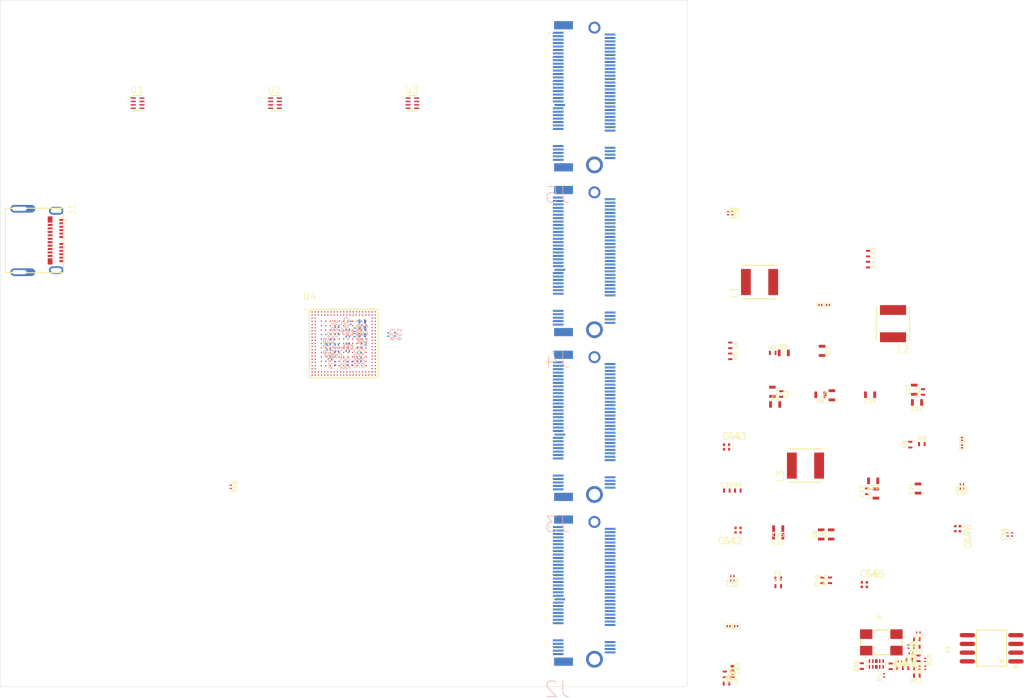
<source format=kicad_pcb>
(kicad_pcb (version 20240108) (generator jitx)
  (layers (0 F.Cu signal) (1 In1.Cu signal) (2 In2.Cu signal) (3 In3.Cu signal) (4 In4.Cu signal) (31 B.Cu signal) (34 "B.Paste" user) (35 "F.Paste" user) (36 "B.SilkS" user "B.Silkscreen") (37 "F.SilkS" user "F.Silkscreen") (38 "B.Mask" user) (39 "F.Mask" user) (44 "Edge.Cuts" user))
  (net 1 "SPI_DO")
  (net 2 "elem_p2")
  (net 3 "x_B_P")
  (net 4 "x_A_P")
  (net 5 "x_A_P1")
  (net 6 "dst-ep_control_PEWAKE#")
  (net 7 "SHIELD")
  (net 8 "src-ep_control_PERST#")
  (net 9 "src-ep_data_refclk_N")
  (net 10 "x_B_N")
  (net 11 "dst-ep_data_refclk_N")
  (net 12 "SW-NODE")
  (net 13 "SW-NODE1")
  (net 14 "x_B_N1")
  (net 15 "src-ep_data_lane0_RX_N")
  (net 16 "x_B_P1")
  (net 17 "src-ep_data_lane0_RX_P")
  (net 18 "BST")
  (net 19 "SHIELD1")
  (net 20 "SPI_CLK")
  (net 21 "TEST_EN")
  (net 22 "x_B_N2")
  (net 23 "x_A_N")
  (net 24 "x_A_N1")
  (net 25 "x_A_P2")
  (net 26 "dst-ep_control_PERST#")
  (net 27 "esd-pair_B_N")
  (net 28 "src-ep_data_lane0_RX_N1")
  (net 29 "src-ep_data_lane0_RX_N2")
  (net 30 "SW-NODE2")
  (net 31 "dst-ep_control_PERST#1")
  (net 32 "elem_p1")
  (net 33 "V_3V3")
  (net 34 "dst-ep_data_refclk_N1")
  (net 35 "x_B_P2")
  (net 36 "x_A_P3")
  (net 37 "R_p1")
  (net 38 "x_A_P4")
  (net 39 "SPI_DI")
  (net 40 "dst-ep_control_CLKREQ#")
  (net 41 "UREXT")
  (net 42 "x_B_N3")
  (net 43 "SW_BST")
  (net 44 "x_A_N2")
  (net 45 "VBUS")
  (net 46 "x_A_N3")
  (net 47 "x_B_N4")
  (net 48 "x_B_P3")
  (net 49 "dst-ep_control_PEWAKE#1")
  (net 50 "SPI_IO3")
  (net 51 "x_A_P5")
  (net 52 "x_A_N4")
  (net 53 "src-ep_data_lane0_RX_P1")
  (net 54 "V_3V3_1")
  (net 55 "x_A_N5")
  (net 56 "SHIELD2")
  (net 57 "x_B_P4")
  (net 58 "SPI_CS#")
  (net 59 "src-ep_data_lane0_RX_N3")
  (net 60 "x_A_P6")
  (net 61 "x_A_P7")
  (net 62 "x_A_P8")
  (net 63 "dst-ep_data_refclk_P")
  (net 64 "src-ep_data_refclk_P")
  (net 65 "elem_elem_p1")
  (net 66 "x_B_N5")
  (net 67 "asm2464pdx_usb-c_sbu1")
  (net 68 "P1V9")
  (net 69 "XO")
  (net 70 "src-ep_data_lane0_RX_P2")
  (net 71 "dst-ep_control_CLKREQ#1")
  (net 72 "dst-ep_data_refclk_P1")
  (net 73 "dst-ep_data_lane0_RX_P")
  (net 74 "SPI_IO2")
  (net 75 "x_A_N6")
  (net 76 "P3V3")
  (net 77 "I2C_CLK_P")
  (net 78 "VBUS1")
  (net 79 "dst-ep_control_PEWAKE#2")
  (net 80 "V_3V3_2")
  (net 81 "x_B_P5")
  (net 82 "asm2464pdx_usb-c_sbu0")
  (net 83 "dst-ep_data_refclk_N2")
  (net 84 "GND")
  (net 85 "dst-ep_control_CLKREQ#2")
  (net 86 "XI")
  (net 87 "P1V13")
  (net 88 "SHIELD3")
  (net 89 "dst-ep_control_PEWAKE#3")
  (net 90 "esd-pair_A_P")
  (net 91 "x_A_P9")
  (net 92 "UART_RX")
  (net 93 "FB")
  (net 94 "IC_SW_BST")
  (net 95 "x_B_N6")
  (net 96 "asm2464pdx_usb-c_cc1")
  (net 97 "UART_TX")
  (net 98 "dst-ep_data_refclk_P2")
  (net 99 "VCCA33")
  (net 100 "dst-ep_control_PERST#2")
  (net 101 "SW_FB")
  (net 102 "x_A_N7")
  (net 103 "GND1")
  (net 104 "I2C_DATA_P")
  (net 105 "RST#")
  (net 106 "src-ep_control_CLKREQ#")
  (net 107 "V_3V3_3")
  (net 108 "IC_SW_FB")
  (net 109 "x_A_N8")
  (net 110 "asm2464pdx_usb-c_cc0")
  (footprint "ASM001-design:SOT50P160_8N" (layer F.Cu) (at 149.5 73.0 0.0)
    (fp_text value "TPS62932DRL" hide)
    (fp_text reference "U3")
  )
  (footprint "ASM001-design:BGA273N46P21X21_1000X1000X98" (layer F.Cu) (at 139.5 108.0 0.0)
    (fp_text value "ASM2464PDX" hide)
    (fp_text reference "U4")
  )
  (footprint "ASM001-design:Pkg_121992306" (layer B.Cu) (at 174.5 96.0 90.0)
    (fp_text value "1-2199230-6" hide)
    (fp_text reference "J4")
  )
  (footprint "ASM001-design:Pkg0201_6" (layer F.Cu) (at 220.444874706306 154.305050163269 270.0)
    (fp_text reference "R19")
    (fp_text value "200K")
  )
  (footprint "ASM001-design:Pkg0201" (layer B.Cu) (at 140.5 105.0 0.0)
    (fp_text reference "C25")
    (fp_text value "220n")
  )
  (footprint "ASM001-design:Pkg0603_8" (layer F.Cu) (at 209.133499743976 109.082375793457 0.0)
    (fp_text reference "C7")
    (fp_text value "10p")
  )
  (footprint "ASM001-design:Pkg0201_1" (layer F.Cu) (at 196.080000047721 89.029626159668 0.0)
    (fp_text reference "C38")
    (fp_text value "470n")
  )
  (footprint "ASM001-design:Pkg0201_5" (layer F.Cu) (at 196.065000000037 142.518625230789 270.0)
    (fp_text reference "C32")
    (fp_text value "220n")
  )
  (footprint "ASM001-design:Pkg0201_1" (layer F.Cu) (at 195.450000047721 89.029626159668 0.0)
    (fp_text reference "C39")
    (fp_text value "470n")
  )
  (footprint "ASM001-design:Pkg0402_15" (layer F.Cu) (at 195.764999988116 108.280775754452 0.0)
    (fp_text reference "C6")
    (fp_text value "100n")
  )
  (footprint "ASM001-design:Pkg0402_19" (layer F.Cu) (at 195.764999988116 109.883975892067 0.0)
    (fp_text reference "R1")
    (fp_text value "0R")
  )
  (footprint "ASM001-design:Pkg0201_3" (layer F.Cu) (at 196.088200004101 156.581799972057 270.0)
    (fp_text reference "R25")
    (fp_text value "0R")
  )
  (footprint "ASM001-design:Pkg0201_5" (layer F.Cu) (at 196.065000000037 141.888625230789 270.0)
    (fp_text reference "C33")
    (fp_text value "220n")
  )
  (footprint "ASM001-design:LP_2" (layer F.Cu) (at 196.065000000037 155.321124938965 90.0)
    (fp_text reference "U9" hide)
    (fp_text value "ESD132-B1-W0201 E6327" hide)
  )
  (footprint "ASM001-design:Pkg0201_5" (layer F.Cu) (at 236.155499219932 135.819375305176 180.0)
    (fp_text reference "C36")
    (fp_text value "220n")
  )
  (footprint "ASM001-design:SMT_0201" (layer F.Cu) (at 228.861249330081 135.349375305213 270.0)
    (fp_text value "220n" hide)
    (fp_text reference "C47")
  )
  (footprint "ASM001-design:Pkg0402_20" (layer B.Cu) (at 142.2 105.8 90.0)
    (fp_text reference "C61")
    (fp_text value "10u")
  )
  (footprint "ASM001-design:Pkg0201" (layer B.Cu) (at 137.9 107.4 270.0)
    (fp_text reference "C22")
    (fp_text value "220n")
  )
  (footprint "ASM001-design:LP_2" (layer F.Cu) (at 196.065000000037 156.423124938965 90.0)
    (fp_text reference "U10" hide)
    (fp_text value "ESD132-B1-W0201 E6327" hide)
  )
  (footprint "ASM001-design:Pkg0201_5" (layer F.Cu) (at 236.785499219932 135.819375305176 180.0)
    (fp_text reference "C37")
    (fp_text value "220n")
  )
  (footprint "ASM001-design:Pkg0402_20" (layer B.Cu) (at 142.2 106.8 90.0)
    (fp_text reference "C62")
    (fp_text value "10u")
  )
  (footprint "ASM001-design:Pkg0402_8" (layer F.Cu) (at 222.083074989356 155.273250131607 90.0)
    (fp_text reference "C31")
    (fp_text value "2.2n")
  )
  (footprint "ASM001-design:Pkg0201" (layer B.Cu) (at 141.1 106.8 180.0)
    (fp_text reference "C23")
    (fp_text value "220n")
  )
  (footprint "ASM001-design:Pkg0402_20" (layer B.Cu) (at 142.2 104.8 90.0)
    (fp_text reference "C60")
    (fp_text value "10u")
  )
  (footprint "ASM001-design:Pkg0201_4" (layer B.Cu) (at 147.0 106.7 180.0)
    (fp_text reference "C59")
    (fp_text value "2.2u")
  )
  (footprint "ASM001-design:Pkg0201" (layer B.Cu) (at 141.1 106.0 180.0)
    (fp_text reference "C24")
    (fp_text value "220n")
  )
  (footprint "ASM001-design:Pkg0402_8" (layer F.Cu) (at 220.479875030555 155.273250131607 90.0)
    (fp_text reference "C30")
    (fp_text value "2.2n")
  )
  (footprint "ASM001-design:SMT_0201" (layer F.Cu) (at 228.861249330081 134.619375305213 270.0)
    (fp_text value "220n" hide)
    (fp_text reference "C48")
  )
  (footprint "ASM001-design:Pkg0201_7" (layer B.Cu) (at 137.3 108.9 270.0)
    (fp_text reference "C76")
    (fp_text value "2.2u")
  )
  (footprint "ASM001-design:MOLDED" (layer F.Cu) (at 219.459874572791 105.115250854492 180.0)
    (fp_text value "1.5u" hide)
    (fp_text reference "L2")
  )
  (footprint "ASM001-design:Pkg0201_7" (layer B.Cu) (at 137.3 109.9 270.0)
    (fp_text reference "C75")
    (fp_text value "2.2u")
  )
  (footprint "ASM001-design:Pkg0201_7" (layer B.Cu) (at 138.25 110.9 0.0)
    (fp_text reference "C74")
    (fp_text value "2.2u")
  )
  (footprint "ASM001-design:Pkg0201_1" (layer F.Cu) (at 229.486249389686 129.15012547493 270.0)
    (fp_text reference "C34")
    (fp_text value "470n")
  )
  (footprint "ASM001-design:Pkg0201_7" (layer B.Cu) (at 140.0 110.9 0.0)
    (fp_text reference "C73")
    (fp_text value "2.2u")
  )
  (footprint "ASM001-design:Pkg_121992306" (layer B.Cu) (at 174.5 144.0 90.0)
    (fp_text value "1-2199230-6" hide)
    (fp_text reference "J2")
  )
  (footprint "ASM001-design:SOT50P160_8N" (layer F.Cu) (at 129.5 73.0 0.0)
    (fp_text value "TPS62932DRL" hide)
    (fp_text reference "U2")
  )
  (footprint "ASM001-design:LP_2" (layer F.Cu) (at 209.984499755897 102.398125915527 180.0)
    (fp_text reference "U8" hide)
    (fp_text value "ESD132-B1-W0201 E6327" hide)
  )
  (footprint "ASM001-design:Pkg0201_7" (layer B.Cu) (at 141.75 108.6 90.0)
    (fp_text reference "C67")
    (fp_text value "2.2u")
  )
  (footprint "ASM001-design:Pkg0402_10" (layer F.Cu) (at 195.22 157.55 90.0)
    (fp_text reference "C64")
    (fp_text value "10u")
  )
  (footprint "ASM001-design:Pkg0201_7" (layer B.Cu) (at 141.75 110.1 90.0)
    (fp_text reference "C70")
    (fp_text value "2.2u")
  )
  (footprint "ASM001-design:Pkg0201_1" (layer F.Cu) (at 229.486249389686 128.52012547493 270.0)
    (fp_text reference "C35")
    (fp_text value "470n")
  )
  (footprint "ASM001-design:LP_2" (layer F.Cu) (at 208.882499755897 102.398125915527 180.0)
    (fp_text reference "U7" hide)
    (fp_text value "ESD132-B1-W0201 E6327" hide)
  )
  (footprint "ASM001-design:Pkg0402_10" (layer F.Cu) (at 194.97 156.196799862385 0.0)
    (fp_text reference "C63")
    (fp_text value "10u")
  )
  (footprint "ASM001-design:Pkg0201_7" (layer B.Cu) (at 137.3 108.2 270.0)
    (fp_text reference "C68")
    (fp_text value "2.2u")
  )
  (footprint "ASM001-design:Pkg0402_17" (layer F.Cu) (at 196.866600039043 129.435125439167 90.0)
    (fp_text reference "R7")
    (fp_text value "0R")
  )
  (footprint "ASM001-design:Pkg0201_7" (layer B.Cu) (at 140.75 110.9 0.0)
    (fp_text reference "C72")
    (fp_text value "2.2u")
  )
  (footprint "ASM001-design:Pkg0402_3" (layer F.Cu) (at 223.828599514999 115.065025715828 180.0)
    (fp_text reference "C10")
    (fp_text value "4.7n")
  )
  (footprint "ASM001-design:Pkg0201_7" (layer B.Cu) (at 141.75 109.35 90.0)
    (fp_text reference "C69")
    (fp_text value "2.2u")
  )
  (footprint "ASM001-design:Pkg0402_13" (layer F.Cu) (at 195.263399901427 129.435125439167 90.0)
    (fp_text reference "C20")
    (fp_text value "100n")
  )
  (footprint "ASM001-design:Pkg0402" (layer F.Cu) (at 221.975399556197 122.740875570774 180.0)
    (fp_text reference "R8")
    (fp_text value "24K")
  )
  (footprint "ASM001-design:Pkg0603_4" (layer F.Cu) (at 222.550399484672 114.740025668144 180.0)
    (fp_text reference "C11")
    (fp_text value "10u")
  )
  (footprint "ASM001-design:Pkg0402_10" (layer F.Cu) (at 196.073200137615 155.36359988451 0.0)
    (fp_text reference "C65")
    (fp_text value "10u")
  )
  (footprint "ASM001-design:Pkg0201_7" (layer B.Cu) (at 142.65 108.0 0.0)
    (fp_text reference "C66")
    (fp_text value "2.2u")
  )
  (footprint "ASM001-design:Pkg0603_4" (layer F.Cu) (at 222.95039934162 116.593225746155 270.0)
    (fp_text reference "C12")
    (fp_text value "10u")
  )
  (footprint "ASM001-design:Pkg0201_7" (layer B.Cu) (at 141.75 110.6 90.0)
    (fp_text reference "C71")
    (fp_text value "2.2u")
  )
  (footprint "ASM001-design:Pkg0402_7" (layer F.Cu) (at 210.285099866428 142.503625183105 180.0)
    (fp_text reference "R24")
    (fp_text value "0R")
  )
  (footprint "ASM001-design:Pkg0603_10" (layer F.Cu) (at 209.006899776496 135.819375305176 180.0)
    (fp_text reference "C8")
    (fp_text value "390n")
  )
  (footprint "ASM001-design:SMT_0201" (layer F.Cu) (at 196.535 135.194375245571 180.0)
    (fp_text value "220n" hide)
    (fp_text reference "C41")
  )
  (footprint "ASM001-design:Pkg0603_9" (layer F.Cu) (at 202.749249877967 134.967775194645 270.0)
    (fp_text reference "C16")
    (fp_text value "3.3u")
  )
  (footprint "ASM001-design:Pkg0402_11" (layer F.Cu) (at 209.181899728812 142.503625183105 180.0)
    (fp_text reference "C40")
    (fp_text value "4.7n")
  )
  (footprint "ASM001-design:Pkg0603_6" (layer F.Cu) (at 223.101999464072 129.135125427246 180.0)
    (fp_text reference "C21")
    (fp_text value "10p")
  )
  (footprint "ASM001-design:Pkg0603_10" (layer F.Cu) (at 210.460099759139 135.819375305176 180.0)
    (fp_text reference "C9")
    (fp_text value "390n")
  )
  (footprint "ASM001-design:Pkg0201_6" (layer F.Cu) (at 123.070887302036 128.882780988574 0.0)
    (fp_text reference "R18")
    (fp_text value "200K")
  )
  (footprint "ASM001-design:Pkg0201_6" (layer F.Cu) (at 218.158474864997 156.361450283527 180.0)
    (fp_text reference "R17")
    (fp_text value "200K")
  )
  (footprint "ASM001-design:SMT_0201" (layer F.Cu) (at 197.265 135.194375245571 180.0)
    (fp_text value "220n" hide)
    (fp_text reference "C42")
  )
  (footprint "ASM001-design:Pkg0201_6" (layer F.Cu) (at 224.134474935569 155.228250293732 180.0)
    (fp_text reference "R16")
    (fp_text value "200K")
  )
  (footprint "ASM001-design:Pkg0402_4" (layer F.Cu) (at 223.653599443473 122.665875582695 90.0)
    (fp_text reference "R9")
    (fp_text value "7K68")
  )
  (footprint "ASM001-design:Pkg0402_16" (layer F.Cu) (at 222.916274967231 156.376450269222 270.0)
    (fp_text reference "R11")
    (fp_text value "4K7")
  )
  (footprint "ASM001-design:Pkg0402_16" (layer F.Cu) (at 222.916274967231 152.173650054932 270.0)
    (fp_text reference "R10")
    (fp_text value "4K7")
  )
  (footprint "ASM001-design:SMT_0201" (layer F.Cu) (at 214.917749633864 143.12862524271 0.0)
    (fp_text value "220n" hide)
    (fp_text reference "C46")
  )
  (footprint "ASM001-design:SOT50P160_8N" (layer F.Cu) (at 109.5 73.0 0.0)
    (fp_text value "TPS62932DRL" hide)
    (fp_text reference "U1")
  )
  (footprint "ASM001-design:SMT_0201" (layer F.Cu) (at 215.647749633864 143.12862524271 0.0)
    (fp_text value "220n" hide)
    (fp_text reference "C45")
  )
  (footprint "ASM001-design:LP_1" (layer F.Cu) (at 233.806124153174 152.401500015259 90.0)
    (fp_text reference "U5")
    (fp_text value "W25Q32JVSSIQ")
  )
  (footprint "ASM001-design:Pkg0603_9" (layer F.Cu) (at 202.749249877967 136.07097533226 270.0)
    (fp_text reference "C15")
    (fp_text value "3.3u")
  )
  (footprint "ASM001-design:Pkg0201_6" (layer F.Cu) (at 224.134474935569 154.095050125122 0.0)
    (fp_text reference "R20")
    (fp_text value "200K")
  )
  (footprint "ASM001-design:LP" (layer F.Cu) (at 217.758874836005 151.539550094604 0.0)
    (fp_text reference "X1")
    (fp_text value "ABMM2-25.000MHZ-D1-T")
  )
  (footprint "ASM001-design:Pkg_121992306" (layer B.Cu) (at 174.5 72.0 90.0)
    (fp_text value "1-2199230-6" hide)
    (fp_text reference "J5")
  )
  (footprint "ASM001-design:MOLDED" (layer F.Cu) (at 206.716374816932 125.793000488281 90.0)
    (fp_text value "1.5u" hide)
    (fp_text reference "L3")
  )
  (footprint "ASM001-design:LP_3" (layer F.Cu) (at 223.166274967231 153.860050230026 180.0)
    (fp_text reference "C28")
    (fp_text value "10p")
  )
  (footprint "ASM001-design:Pkg0201_6" (layer F.Cu) (at 223.301274957694 155.228250293732 180.0)
    (fp_text reference "R21")
    (fp_text value "200K")
  )
  (footprint "ASM001-design:Pkg0402_6" (layer F.Cu) (at 219.126675071754 155.023250131607 0.0)
    (fp_text reference "C29")
    (fp_text value "1u")
  )
  (footprint "ASM001-design:Pkg0603_3" (layer F.Cu) (at 216.569349708594 128.008525400162 270.0)
    (fp_text reference "C18")
    (fp_text value "10u")
  )
  (footprint "ASM001-design:Pkg0603_3" (layer F.Cu) (at 216.969349565543 129.861725478172 180.0)
    (fp_text reference "C19")
    (fp_text value "10u")
  )
  (footprint "ASM001-design:Pkg0201_6" (layer F.Cu) (at 221.698074998893 152.158650188446 0.0)
    (fp_text reference "R22")
    (fp_text value "200K")
  )
  (footprint "ASM001-design:Pkg0201_2" (layer F.Cu) (at 223.151274862327 150.102250366211 270.0)
    (fp_text reference "R13")
    (fp_text value "100K")
  )
  (footprint "ASM001-design:Pkg0402_16" (layer F.Cu) (at 221.813074770011 154.110050230026 270.0)
    (fp_text reference "R12")
    (fp_text value "4K7")
  )
  (footprint "ASM001-design:Pkg0402_2" (layer F.Cu) (at 215.691149535216 129.536725430489 180.0)
    (fp_text reference "C17")
    (fp_text value "4.7n")
  )
  (footprint "ASM001-design:USB_TYPE_C_CONNECTOR" (layer F.Cu) (at 94.5 93.0 270.0)
    (fp_text value "2012670005" hide)
    (fp_text reference "J1")
  )
  (footprint "ASM001-design:Pkg0201_6" (layer F.Cu) (at 222.048074903525 153.14185002327 270.0)
    (fp_text reference "R23")
    (fp_text value "200K")
  )
  (footprint "ASM001-design:Pkg0201_4" (layer B.Cu) (at 138.5 108.2 90.0)
    (fp_text reference "C51")
    (fp_text value "2.2u")
  )
  (footprint "ASM001-design:Pkg0603_5" (layer F.Cu) (at 201.89764994625 115.040025620461 0.0)
    (fp_text reference "C4")
    (fp_text value "10u")
  )
  (footprint "ASM001-design:LP_2" (layer F.Cu) (at 196.616000000037 149.187875061035 180.0)
    (fp_text reference "U12" hide)
    (fp_text value "ESD132-B1-W0201 E6327" hide)
  )
  (footprint "ASM001-design:Pkg0402_16" (layer F.Cu) (at 214.920274677314 154.993250160217 180.0)
    (fp_text reference "R15")
    (fp_text value "4K7")
  )
  (footprint "ASM001-design:Pkg0201_4" (layer B.Cu) (at 138.5 105.6 270.0)
    (fp_text reference "C50")
    (fp_text value "2.2u")
  )
  (footprint "ASM001-design:LP_2" (layer F.Cu) (at 229.486249389686 123.001875549316 270.0)
    (fp_text reference "U13" hide)
    (fp_text value "ESD132-B1-W0201 E6327" hide)
  )
  (footprint "ASM001-design:Pkg0201_4" (layer B.Cu) (at 137.5 110.3 270.0)
    (fp_text reference "C52")
    (fp_text value "2.2u")
  )
  (footprint "ASM001-design:Pkg0603_5" (layer F.Cu) (at 202.297649803199 116.893225698471 90.0)
    (fp_text reference "C5")
    (fp_text value "10u")
  )
  (footprint "ASM001-design:LP_2" (layer F.Cu) (at 195.514000000037 149.187875061035 180.0)
    (fp_text reference "U11" hide)
    (fp_text value "ESD132-B1-W0201 E6327" hide)
  )
  (footprint "ASM001-design:Pkg0201_4" (layer B.Cu) (at 140.1 107.0 270.0)
    (fp_text reference "C53")
    (fp_text value "2.2u")
  )
  (footprint "ASM001-design:Pkg0201_4" (layer B.Cu) (at 140.1 108.0 90.0)
    (fp_text reference "C54")
    (fp_text value "2.2u")
  )
  (footprint "ASM001-design:Pkg0402_14" (layer F.Cu) (at 215.817749621905 94.9122759389877 0.0)
    (fp_text reference "C13")
    (fp_text value "100n")
  )
  (footprint "ASM001-design:Pkg0402_9" (layer F.Cu) (at 222.916274967231 151.07045009613 270.0)
    (fp_text reference "R14")
    (fp_text value "12K1")
  )
  (footprint "ASM001-design:Pkg0402_5" (layer F.Cu) (at 203.175849976577 115.365025668144 0.0)
    (fp_text reference "C3")
    (fp_text value "4.7n")
  )
  (footprint "ASM001-design:Pkg0402_18" (layer F.Cu) (at 215.817749621905 96.5154760766029 0.0)
    (fp_text reference "R4")
    (fp_text value "0R")
  )
  (footprint "ASM001-design:Pkg0201_4" (layer B.Cu) (at 140.1 106.0 90.0)
    (fp_text reference "C57")
    (fp_text value "2.2u")
  )
  (footprint "ASM001-design:Pkg0201_4" (layer B.Cu) (at 140.1 109.1 270.0)
    (fp_text reference "C55")
    (fp_text value "2.2u")
  )
  (footprint "ASM001-design:Pkg0201_4" (layer B.Cu) (at 146.0 106.7 180.0)
    (fp_text reference "C58")
    (fp_text value "2.2u")
  )
  (footprint "ASM001-design:MOLDED" (layer F.Cu) (at 200.032124939002 99.0560009765625 90.0)
    (fp_text value "1.5u" hide)
    (fp_text reference "L1")
  )
  (footprint "ASM001-design:SMT_0201" (layer F.Cu) (at 195.595000000075 123.075875608921 0.0)
    (fp_text value "220n" hide)
    (fp_text reference "C43")
  )
  (footprint "ASM001-design:SMT_0201" (layer F.Cu) (at 194.865000000075 123.075875608921 0.0)
    (fp_text value "220n" hide)
    (fp_text reference "C44")
  )
  (footprint "ASM001-design:Pkg_121992306" (layer B.Cu) (at 174.5 120.0 90.0)
    (fp_text value "1-2199230-6" hide)
    (fp_text reference "J3")
  )
  (footprint "ASM001-design:Pkg0201_4" (layer B.Cu) (at 138.5 109.2 90.0)
    (fp_text reference "C56")
    (fp_text value "2.2u")
  )
  (footprint "ASM001-design:Pkg0603_1" (layer F.Cu) (at 208.881899776496 115.476625709534 270.0)
    (fp_text reference "R6")
    (fp_text value "7K32")
  )
  (footprint "ASM001-design:Pkg0603_7" (layer F.Cu) (at 216.117749633826 115.46662571907 270.0)
    (fp_text reference "C14")
    (fp_text value "10p")
  )
  (footprint "ASM001-design:Pkg0603" (layer F.Cu) (at 210.560099663772 115.551625697613 180.0)
    (fp_text reference "R5")
    (fp_text value "10K")
  )
  (footprint "ASM001-design:Pkg0603_2" (layer F.Cu) (at 203.550849976577 109.382375805378 90.0)
    (fp_text reference "R3")
    (fp_text value "7K5")
  )
  (footprint "ASM001-design:USON_10" (layer F.Cu) (at 217.023475112952 154.69325044632 90.0)
    (fp_text reference "U6" hide)
    (fp_text value "ESD224DQAR" hide)
  )
  (footprint "ASM001-design:Pkg0402_12" (layer F.Cu) (at 202.749249877967 142.252025096416 90.0)
    (fp_text reference "C1")
    (fp_text value "820n")
  )
  (footprint "ASM001-design:Pkg0402_1" (layer F.Cu) (at 201.947649838962 109.382375805378 90.0)
    (fp_text reference "R2")
    (fp_text value "3K09")
  )
  (footprint "ASM001-design:Pkg0402_12" (layer F.Cu) (at 202.749249877967 143.355225234032 90.0)
    (fp_text reference "C2")
    (fp_text value "820n")
  )
  (footprint "ASM001-design:Pkg0201_4" (layer B.Cu) (at 138.5 106.6 270.0)
    (fp_text reference "C49")
    (fp_text value "2.2u")
  )
  (footprint "ASM001-design:LP_2" (layer F.Cu) (at 229.486249389686 121.899875549316 270.0)
    (fp_text reference "U14" hide)
    (fp_text value "ESD132-B1-W0201 E6327" hide)
  )
  (gr_line (start 189.5 58.25) (end 189.495196320101 58.201227419496) (layer Edge.Cuts) (stroke (width 0.05)))
  (gr_line (start 189.495196320101 58.201227419496) (end 189.480969883128 58.1543291419087) (layer Edge.Cuts) (stroke (width 0.05)))
  (gr_line (start 189.480969883128 58.1543291419087) (end 189.457867403076 58.1111074417451) (layer Edge.Cuts) (stroke (width 0.05)))
  (gr_line (start 189.457867403076 58.1111074417451) (end 189.426776695297 58.0732233047034) (layer Edge.Cuts) (stroke (width 0.05)))
  (gr_line (start 189.426776695297 58.0732233047034) (end 189.388892558255 58.0421325969244) (layer Edge.Cuts) (stroke (width 0.05)))
  (gr_line (start 189.388892558255 58.0421325969244) (end 189.345670858091 58.0190301168722) (layer Edge.Cuts) (stroke (width 0.05)))
  (gr_line (start 189.345670858091 58.0190301168722) (end 189.298772580504 58.0048036798992) (layer Edge.Cuts) (stroke (width 0.05)))
  (gr_line (start 189.298772580504 58.0048036798992) (end 189.25 58.0) (layer Edge.Cuts) (stroke (width 0.05)))
  (gr_line (start 189.25 58.0) (end 89.75 58.0) (layer Edge.Cuts) (stroke (width 0.05)))
  (gr_line (start 89.75 58.0) (end 89.701227419496 58.0048036798992) (layer Edge.Cuts) (stroke (width 0.05)))
  (gr_line (start 89.701227419496 58.0048036798992) (end 89.6543291419087 58.0190301168722) (layer Edge.Cuts) (stroke (width 0.05)))
  (gr_line (start 89.6543291419087 58.0190301168722) (end 89.6111074417451 58.0421325969244) (layer Edge.Cuts) (stroke (width 0.05)))
  (gr_line (start 89.6111074417451 58.0421325969244) (end 89.5732233047034 58.0732233047034) (layer Edge.Cuts) (stroke (width 0.05)))
  (gr_line (start 89.5732233047034 58.0732233047034) (end 89.5421325969244 58.1111074417451) (layer Edge.Cuts) (stroke (width 0.05)))
  (gr_line (start 89.5421325969244 58.1111074417451) (end 89.5190301168722 58.1543291419087) (layer Edge.Cuts) (stroke (width 0.05)))
  (gr_line (start 89.5190301168722 58.1543291419087) (end 89.5048036798992 58.201227419496) (layer Edge.Cuts) (stroke (width 0.05)))
  (gr_line (start 89.5048036798992 58.201227419496) (end 89.5 58.25) (layer Edge.Cuts) (stroke (width 0.05)))
  (gr_line (start 89.5 58.25) (end 89.5 157.75) (layer Edge.Cuts) (stroke (width 0.05)))
  (gr_line (start 89.5 157.75) (end 89.5048036798992 157.798772580504) (layer Edge.Cuts) (stroke (width 0.05)))
  (gr_line (start 89.5048036798992 157.798772580504) (end 89.5190301168722 157.845670858091) (layer Edge.Cuts) (stroke (width 0.05)))
  (gr_line (start 89.5190301168722 157.845670858091) (end 89.5421325969244 157.888892558255) (layer Edge.Cuts) (stroke (width 0.05)))
  (gr_line (start 89.5421325969244 157.888892558255) (end 89.5732233047034 157.926776695297) (layer Edge.Cuts) (stroke (width 0.05)))
  (gr_line (start 89.5732233047034 157.926776695297) (end 89.6111074417451 157.957867403076) (layer Edge.Cuts) (stroke (width 0.05)))
  (gr_line (start 89.6111074417451 157.957867403076) (end 89.6543291419087 157.980969883128) (layer Edge.Cuts) (stroke (width 0.05)))
  (gr_line (start 89.6543291419087 157.980969883128) (end 89.701227419496 157.995196320101) (layer Edge.Cuts) (stroke (width 0.05)))
  (gr_line (start 89.701227419496 157.995196320101) (end 89.75 158.0) (layer Edge.Cuts) (stroke (width 0.05)))
  (gr_line (start 89.75 158.0) (end 189.25 158.0) (layer Edge.Cuts) (stroke (width 0.05)))
  (gr_line (start 189.25 158.0) (end 189.298772580504 157.995196320101) (layer Edge.Cuts) (stroke (width 0.05)))
  (gr_line (start 189.298772580504 157.995196320101) (end 189.345670858091 157.980969883128) (layer Edge.Cuts) (stroke (width 0.05)))
  (gr_line (start 189.345670858091 157.980969883128) (end 189.388892558255 157.957867403076) (layer Edge.Cuts) (stroke (width 0.05)))
  (gr_line (start 189.388892558255 157.957867403076) (end 189.426776695297 157.926776695297) (layer Edge.Cuts) (stroke (width 0.05)))
  (gr_line (start 189.426776695297 157.926776695297) (end 189.457867403076 157.888892558255) (layer Edge.Cuts) (stroke (width 0.05)))
  (gr_line (start 189.457867403076 157.888892558255) (end 189.480969883128 157.845670858091) (layer Edge.Cuts) (stroke (width 0.05)))
  (gr_line (start 189.480969883128 157.845670858091) (end 189.495196320101 157.798772580504) (layer Edge.Cuts) (stroke (width 0.05)))
  (gr_line (start 189.495196320101 157.798772580504) (end 189.5 157.75) (layer Edge.Cuts) (stroke (width 0.05)))
  (gr_line (start 189.5 157.75) (end 189.5 58.25) (layer Edge.Cuts) (stroke (width 0.05)))
)
</source>
